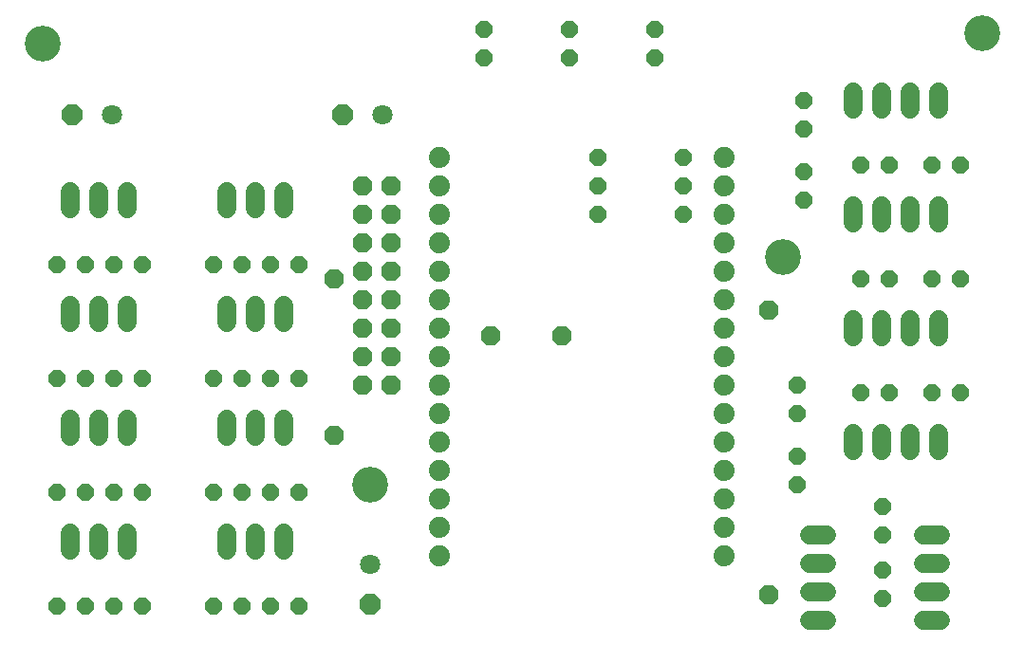
<source format=gbr>
G04 EAGLE Gerber RS-274X export*
G75*
%MOMM*%
%FSLAX34Y34*%
%LPD*%
%INSoldermask Bottom*%
%IPPOS*%
%AMOC8*
5,1,8,0,0,1.08239X$1,22.5*%
G01*
%ADD10C,3.200400*%
%ADD11P,1.951982X8X202.500000*%
%ADD12C,1.803400*%
%ADD13P,1.649562X8X22.500000*%
%ADD14P,1.649562X8X202.500000*%
%ADD15P,1.649562X8X112.500000*%
%ADD16P,1.649562X8X292.500000*%
%ADD17P,1.951982X8X292.500000*%
%ADD18P,1.869504X8X292.500000*%
%ADD19C,1.711200*%
%ADD20C,1.879600*%
%ADD21P,1.869504X8X22.500000*%


D10*
X38100Y558800D03*
X698500Y368300D03*
X330200Y165100D03*
X876300Y568325D03*
D11*
X64770Y495300D03*
D12*
X100330Y495300D03*
D13*
X101600Y57150D03*
X127000Y57150D03*
D14*
X76200Y57150D03*
X50800Y57150D03*
D13*
X241300Y361950D03*
X266700Y361950D03*
D14*
X215900Y361950D03*
X190500Y361950D03*
D13*
X241300Y260350D03*
X266700Y260350D03*
D14*
X215900Y260350D03*
X190500Y260350D03*
D13*
X241300Y158750D03*
X266700Y158750D03*
D14*
X215900Y158750D03*
X190500Y158750D03*
D13*
X241300Y57150D03*
X266700Y57150D03*
D14*
X215900Y57150D03*
X190500Y57150D03*
D11*
X306070Y495300D03*
D12*
X341630Y495300D03*
D15*
X717550Y482600D03*
X717550Y508000D03*
D16*
X717550Y444500D03*
X717550Y419100D03*
D14*
X793750Y450850D03*
X768350Y450850D03*
D13*
X831850Y450850D03*
X857250Y450850D03*
D14*
X793750Y349250D03*
X768350Y349250D03*
D13*
X831850Y349250D03*
X857250Y349250D03*
D14*
X793750Y247650D03*
X768350Y247650D03*
D13*
X831850Y247650D03*
X857250Y247650D03*
D16*
X711200Y190500D03*
X711200Y165100D03*
D15*
X711200Y228600D03*
X711200Y254000D03*
D17*
X330200Y58420D03*
D12*
X330200Y93980D03*
D16*
X787400Y88900D03*
X787400Y63500D03*
D15*
X787400Y120650D03*
X787400Y146050D03*
D13*
X101600Y361950D03*
X127000Y361950D03*
D14*
X76200Y361950D03*
X50800Y361950D03*
D13*
X101600Y260350D03*
X127000Y260350D03*
D14*
X76200Y260350D03*
X50800Y260350D03*
D13*
X101600Y158750D03*
X127000Y158750D03*
D14*
X76200Y158750D03*
X50800Y158750D03*
D15*
X431800Y546100D03*
X431800Y571500D03*
X508000Y546100D03*
X508000Y571500D03*
X584200Y546100D03*
X584200Y571500D03*
D18*
X349250Y431800D03*
X323850Y431800D03*
X349250Y406400D03*
X323850Y406400D03*
X349250Y381000D03*
X323850Y381000D03*
X349250Y355600D03*
X323850Y355600D03*
X349250Y330200D03*
X323850Y330200D03*
X349250Y304800D03*
X323850Y304800D03*
X349250Y279400D03*
X323850Y279400D03*
X349250Y254000D03*
X323850Y254000D03*
D19*
X761852Y500460D02*
X761852Y515540D01*
X787266Y515540D02*
X787266Y500460D01*
X812666Y500460D02*
X812666Y515540D01*
X838066Y515540D02*
X838066Y500460D01*
X761852Y413940D02*
X761852Y398860D01*
X787266Y398860D02*
X787266Y413940D01*
X812666Y413940D02*
X812666Y398860D01*
X838066Y398860D02*
X838066Y413940D01*
X761852Y312340D02*
X761852Y297260D01*
X787266Y297260D02*
X787266Y312340D01*
X812666Y312340D02*
X812666Y297260D01*
X838066Y297260D02*
X838066Y312340D01*
X761852Y210740D02*
X761852Y195660D01*
X787266Y195660D02*
X787266Y210740D01*
X812666Y210740D02*
X812666Y195660D01*
X838066Y195660D02*
X838066Y210740D01*
X737790Y44302D02*
X722710Y44302D01*
X722710Y69716D02*
X737790Y69716D01*
X737790Y95116D02*
X722710Y95116D01*
X722710Y120516D02*
X737790Y120516D01*
X824310Y44302D02*
X839390Y44302D01*
X839390Y69716D02*
X824310Y69716D01*
X824310Y95116D02*
X839390Y95116D01*
X839390Y120516D02*
X824310Y120516D01*
D14*
X609600Y457200D03*
X533400Y457200D03*
X609600Y431800D03*
X533400Y431800D03*
X609600Y406400D03*
X533400Y406400D03*
D19*
X63352Y411560D02*
X63352Y426640D01*
X88766Y426640D02*
X88766Y411560D01*
X114166Y411560D02*
X114166Y426640D01*
X63352Y325040D02*
X63352Y309960D01*
X88766Y309960D02*
X88766Y325040D01*
X114166Y325040D02*
X114166Y309960D01*
X63352Y223440D02*
X63352Y208360D01*
X88766Y208360D02*
X88766Y223440D01*
X114166Y223440D02*
X114166Y208360D01*
X63352Y121840D02*
X63352Y106760D01*
X88766Y106760D02*
X88766Y121840D01*
X114166Y121840D02*
X114166Y106760D01*
X203052Y411560D02*
X203052Y426640D01*
X228466Y426640D02*
X228466Y411560D01*
X253866Y411560D02*
X253866Y426640D01*
X203052Y325040D02*
X203052Y309960D01*
X228466Y309960D02*
X228466Y325040D01*
X253866Y325040D02*
X253866Y309960D01*
X203052Y223440D02*
X203052Y208360D01*
X228466Y208360D02*
X228466Y223440D01*
X253866Y223440D02*
X253866Y208360D01*
X203052Y121840D02*
X203052Y106760D01*
X228466Y106760D02*
X228466Y121840D01*
X253866Y121840D02*
X253866Y106760D01*
D20*
X646100Y101500D03*
X646100Y126900D03*
X646100Y152300D03*
X646100Y177700D03*
X646100Y203100D03*
X646100Y228500D03*
X646100Y253900D03*
X646100Y279300D03*
X646100Y304700D03*
X646100Y330100D03*
X646100Y355500D03*
X646100Y380900D03*
X646100Y406300D03*
X646100Y431700D03*
X646100Y457100D03*
X392050Y101500D03*
X392050Y126900D03*
X392050Y152300D03*
X392050Y177700D03*
X392050Y203100D03*
X392050Y228500D03*
X392050Y253900D03*
X392050Y279300D03*
X392050Y304700D03*
X392050Y330100D03*
X392050Y355500D03*
X392050Y380900D03*
X392050Y406300D03*
X392050Y431700D03*
X392050Y457100D03*
D21*
X298450Y209550D03*
X298450Y349250D03*
X438150Y298450D03*
X501650Y298450D03*
X685800Y320675D03*
X685800Y66675D03*
M02*

</source>
